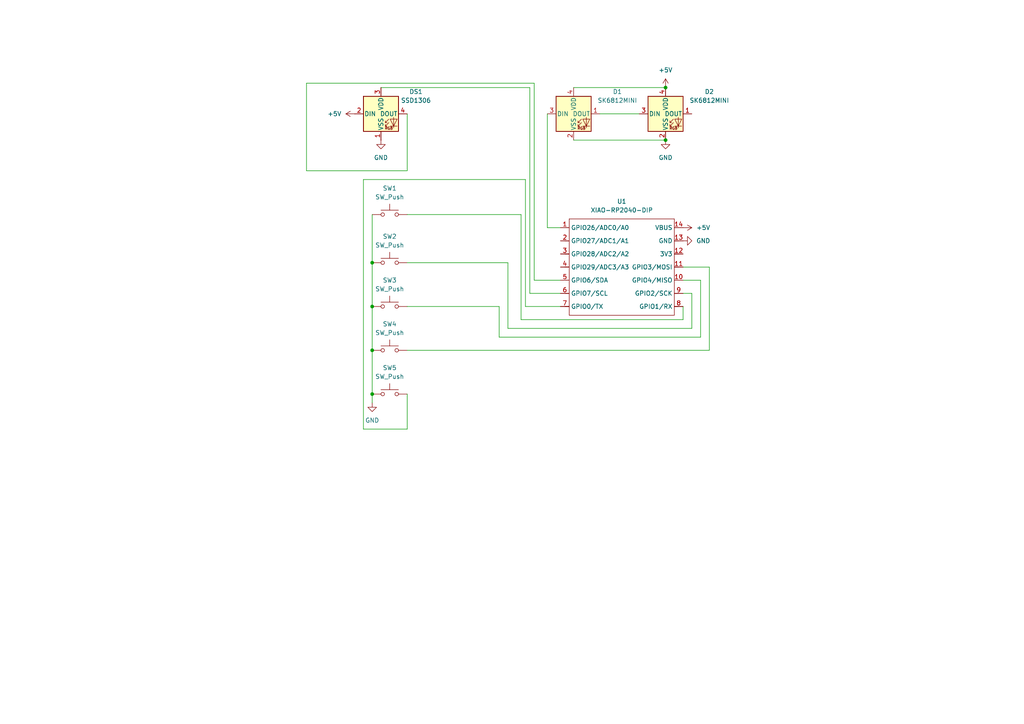
<source format=kicad_sch>
(kicad_sch (version 20250114) (generator "eeschema") (generator_version "9.0")
  (paper "A4")
  (lib_symbols
    (symbol "LED:SK6812" (pin_names (offset 0.254))
      (property "Reference" "D" (at 5.08 5.715 0))
      (property "Value" "SK6812" (at 1.27 -5.715 0))
      (symbol "SK6812_0_0"
        (text "RGB" (at 2.286 -4.191 0) (effects (font (size 0.762 0.762))))
      )
      (symbol "SK6812_0_1"
        (polyline (pts (xy 1.27 -2.54) (xy 1.778 -2.54)))
        (polyline (pts (xy 1.27 -3.556) (xy 1.778 -3.556)))
        (polyline (pts (xy 2.286 -1.524) (xy 1.27 -2.54) (xy 1.27 -2.032)))
        (polyline (pts (xy 2.286 -2.54) (xy 1.27 -3.556) (xy 1.27 -3.048)))
        (polyline (pts (xy 3.683 -1.016) (xy 3.683 -3.556) (xy 3.683 -4.064)))
        (polyline (pts (xy 4.699 -1.524) (xy 2.667 -1.524) (xy 3.683 -3.556) (xy 4.699 -1.524)))
        (polyline (pts (xy 4.699 -3.556) (xy 2.667 -3.556)))
        (rectangle (start 5.08 5.08) (end -5.08 -5.08) (stroke (width 0.254)) (fill (type background)))
      )
      (symbol "SK6812_1_1"
        (pin input line (at -7.62 0 0) (length 2.54) (name "DIN") (number "2"))
        (pin power_in line (at 0 7.62 270) (length 2.54) (name "VDD") (number "3"))
        (pin power_in line (at 0 -7.62 90) (length 2.54) (name "VSS") (number "1"))
        (pin output line (at 7.62 0 180) (length 2.54) (name "DOUT") (number "4"))
      )
    )
    (symbol "LED:SK6812MINI" (pin_names (offset 0.254))
      (property "Reference" "D" (at 5.08 5.715 0))
      (property "Value" "SK6812MINI" (at 1.27 -5.715 0))
      (symbol "SK6812MINI_0_0"
        (text "RGB" (at 2.286 -4.191 0) (effects (font (size 0.762 0.762))))
      )
      (symbol "SK6812MINI_0_1"
        (polyline (pts (xy 1.27 -2.54) (xy 1.778 -2.54)))
        (polyline (pts (xy 1.27 -3.556) (xy 1.778 -3.556)))
        (polyline (pts (xy 2.286 -1.524) (xy 1.27 -2.54) (xy 1.27 -2.032)))
        (polyline (pts (xy 2.286 -2.54) (xy 1.27 -3.556) (xy 1.27 -3.048)))
        (polyline (pts (xy 3.683 -1.016) (xy 3.683 -3.556) (xy 3.683 -4.064)))
        (polyline (pts (xy 4.699 -1.524) (xy 2.667 -1.524) (xy 3.683 -3.556) (xy 4.699 -1.524)))
        (polyline (pts (xy 4.699 -3.556) (xy 2.667 -3.556)))
        (rectangle (start 5.08 5.08) (end -5.08 -5.08) (stroke (width 0.254)) (fill (type background)))
      )
      (symbol "SK6812MINI_1_1"
        (pin input line (at -7.62 0 0) (length 2.54) (name "DIN") (number "3"))
        (pin power_in line (at 0 7.62 270) (length 2.54) (name "VDD") (number "4"))
        (pin power_in line (at 0 -7.62 90) (length 2.54) (name "VSS") (number "2"))
        (pin output line (at 7.62 0 180) (length 2.54) (name "DOUT") (number "1"))
      )
    )
    (symbol "OPL:XIAO-RP2040-DIP"
      (property "Reference" "U" (at 0 0 0))
      (property "Value" "XIAO-RP2040-DIP" (at 5.334 -1.778 0))
      (symbol "XIAO-RP2040-DIP_1_0"
        (polyline (pts (xy -1.27 -2.54) (xy 29.21 -2.54)) (stroke (width 0.1524)))
        (polyline (pts (xy -1.27 -5.08) (xy -2.54 -5.08)) (stroke (width 0.1524)))
        (polyline (pts (xy -1.27 -5.08) (xy -1.27 -2.54)) (stroke (width 0.1524)))
        (polyline (pts (xy -1.27 -8.89) (xy -2.54 -8.89)) (stroke (width 0.1524)))
        (polyline (pts (xy -1.27 -8.89) (xy -1.27 -5.08)) (stroke (width 0.1524)))
        (polyline (pts (xy -1.27 -12.7) (xy -2.54 -12.7)) (stroke (width 0.1524)))
        (polyline (pts (xy -1.27 -12.7) (xy -1.27 -8.89)) (stroke (width 0.1524)))
        (polyline (pts (xy -1.27 -16.51) (xy -2.54 -16.51)) (stroke (width 0.1524)))
        (polyline (pts (xy -1.27 -16.51) (xy -1.27 -12.7)) (stroke (width 0.1524)))
        (polyline (pts (xy -1.27 -20.32) (xy -2.54 -20.32)) (stroke (width 0.1524)))
        (polyline (pts (xy -1.27 -24.13) (xy -2.54 -24.13)) (stroke (width 0.1524)))
        (polyline (pts (xy -1.27 -27.94) (xy -2.54 -27.94)) (stroke (width 0.1524)))
        (polyline (pts (xy -1.27 -30.48) (xy -1.27 -16.51)) (stroke (width 0.1524)))
        (polyline (pts (xy 29.21 -2.54) (xy 29.21 -5.08)) (stroke (width 0.1524)))
        (polyline (pts (xy 29.21 -5.08) (xy 29.21 -8.89)) (stroke (width 0.1524)))
        (polyline (pts (xy 29.21 -8.89) (xy 29.21 -12.7)) (stroke (width 0.1524)))
        (polyline (pts (xy 29.21 -12.7) (xy 29.21 -30.48)) (stroke (width 0.1524)))
        (polyline (pts (xy 29.21 -30.48) (xy -1.27 -30.48)) (stroke (width 0.1524)))
        (polyline (pts (xy 30.48 -5.08) (xy 29.21 -5.08)) (stroke (width 0.1524)))
        (polyline (pts (xy 30.48 -8.89) (xy 29.21 -8.89)) (stroke (width 0.1524)))
        (polyline (pts (xy 30.48 -12.7) (xy 29.21 -12.7)) (stroke (width 0.1524)))
        (polyline (pts (xy 30.48 -16.51) (xy 29.21 -16.51)) (stroke (width 0.1524)))
        (polyline (pts (xy 30.48 -20.32) (xy 29.21 -20.32)) (stroke (width 0.1524)))
        (polyline (pts (xy 30.48 -24.13) (xy 29.21 -24.13)) (stroke (width 0.1524)))
        (polyline (pts (xy 30.48 -27.94) (xy 29.21 -27.94)) (stroke (width 0.1524)))
        (pin passive line (at -3.81 -5.08 0) (length 2.54) (name "GPIO26/ADC0/A0") (number "1"))
        (pin passive line (at -3.81 -8.89 0) (length 2.54) (name "GPIO27/ADC1/A1") (number "2"))
        (pin passive line (at -3.81 -12.7 0) (length 2.54) (name "GPIO28/ADC2/A2") (number "3"))
        (pin passive line (at -3.81 -16.51 0) (length 2.54) (name "GPIO29/ADC3/A3") (number "4"))
        (pin passive line (at -3.81 -20.32 0) (length 2.54) (name "GPIO6/SDA") (number "5"))
        (pin passive line (at -3.81 -24.13 0) (length 2.54) (name "GPIO7/SCL") (number "6"))
        (pin passive line (at -3.81 -27.94 0) (length 2.54) (name "GPIO0/TX") (number "7"))
        (pin passive line (at 31.75 -5.08 180) (length 2.54) (name "VBUS") (number "14"))
        (pin passive line (at 31.75 -8.89 180) (length 2.54) (name "GND") (number "13"))
        (pin passive line (at 31.75 -12.7 180) (length 2.54) (name "3V3") (number "12"))
        (pin passive line (at 31.75 -16.51 180) (length 2.54) (name "GPIO3/MOSI") (number "11"))
        (pin passive line (at 31.75 -20.32 180) (length 2.54) (name "GPIO4/MISO") (number "10"))
        (pin passive line (at 31.75 -24.13 180) (length 2.54) (name "GPIO2/SCK") (number "9"))
        (pin passive line (at 31.75 -27.94 180) (length 2.54) (name "GPIO1/RX") (number "8"))
      )
    )
    (symbol "Switch:SW_Push" (pin_numbers (hide yes)) (pin_names (offset 1.016) (hide yes))
      (property "Reference" "SW" (at 1.27 2.54 0))
      (property "Value" "SW_Push" (at 0 -1.524 0))
      (symbol "SW_Push_0_1"
        (circle (center -2.032 0) (radius 0.508))
        (polyline (pts (xy 0 1.27) (xy 0 3.048)))
        (circle (center 2.032 0) (radius 0.508))
        (polyline (pts (xy 2.54 1.27) (xy -2.54 1.27)))
        (pin passive line (at -5.08 0 0) (length 2.54) (name "1") (number "1"))
        (pin passive line (at 5.08 0 180) (length 2.54) (name "2") (number "2"))
      )
    )
    (symbol "power:+5V" (power) (pin_numbers (hide yes)) (pin_names (offset 0) (hide yes))
      (property "Value" "+5V" (at 0 3.556 0))
      (symbol "+5V_0_1"
        (polyline (pts (xy -0.762 1.27) (xy 0 2.54)))
        (polyline (pts (xy 0 2.54) (xy 0.762 1.27)))
        (polyline (pts (xy 0 0) (xy 0 2.54)))
      )
      (symbol "+5V_1_1"
        (pin power_in line (at 0 0 90) (length 0) (name "~") (number "1"))
      )
    )
    (symbol "power:GND" (power) (pin_numbers (hide yes)) (pin_names (offset 0) (hide yes))
      (property "Value" "GND" (at 0 -3.81 0))
      (symbol "GND_0_1"
        (polyline (pts (xy 0 0) (xy 0 -1.27) (xy 1.27 -1.27) (xy 0 -2.54) (xy -1.27 -1.27) (xy 0 -1.27)))
      )
      (symbol "GND_1_1"
        (pin power_in line (at 0 0 270) (length 0) (name "~") (number "1"))
      )
    )
  )
  (junction (at 107.95 88.9))
  (junction (at 193.04 25.4))
  (junction (at 107.95 101.6))
  (junction (at 193.04 40.64))
  (junction (at 107.95 76.2))
  (junction (at 107.95 114.3))
  (wire (pts (xy 118.11 124.46) (xy 105.41 124.46)))
  (wire (pts (xy 105.41 52.07) (xy 152.4 52.07)))
  (wire (pts (xy 144.78 97.79) (xy 203.2 97.79)))
  (wire (pts (xy 198.12 92.71) (xy 198.12 88.9)))
  (wire (pts (xy 152.4 52.07) (xy 152.4 88.9)))
  (wire (pts (xy 107.95 114.3) (xy 107.95 116.84)))
  (wire (pts (xy 200.66 85.09) (xy 198.12 85.09)))
  (wire (pts (xy 118.11 62.23) (xy 151.13 62.23)))
  (wire (pts (xy 118.11 33.02) (xy 118.11 49.53)))
  (wire (pts (xy 118.11 49.53) (xy 88.9 49.53)))
  (wire (pts (xy 107.95 62.23) (xy 107.95 76.2)))
  (wire (pts (xy 200.66 95.25) (xy 200.66 85.09)))
  (wire (pts (xy 151.13 62.23) (xy 151.13 92.71)))
  (wire (pts (xy 107.95 101.6) (xy 107.95 114.3)))
  (wire (pts (xy 147.32 95.25) (xy 200.66 95.25)))
  (wire (pts (xy 118.11 88.9) (xy 144.78 88.9)))
  (wire (pts (xy 158.75 66.04) (xy 162.56 66.04)))
  (wire (pts (xy 205.74 77.47) (xy 198.12 77.47)))
  (wire (pts (xy 153.67 85.09) (xy 162.56 85.09)))
  (wire (pts (xy 107.95 88.9) (xy 107.95 101.6)))
  (wire (pts (xy 203.2 81.28) (xy 198.12 81.28)))
  (wire (pts (xy 166.37 25.4) (xy 193.04 25.4)))
  (wire (pts (xy 158.75 33.02) (xy 158.75 66.04)))
  (wire (pts (xy 110.49 25.4) (xy 153.67 25.4)))
  (wire (pts (xy 105.41 124.46) (xy 105.41 52.07)))
  (wire (pts (xy 173.99 33.02) (xy 185.42 33.02)))
  (wire (pts (xy 107.95 76.2) (xy 107.95 88.9)))
  (wire (pts (xy 118.11 114.3) (xy 118.11 124.46)))
  (wire (pts (xy 154.94 24.13) (xy 154.94 81.28)))
  (wire (pts (xy 151.13 92.71) (xy 198.12 92.71)))
  (wire (pts (xy 144.78 88.9) (xy 144.78 97.79)))
  (wire (pts (xy 88.9 24.13) (xy 154.94 24.13)))
  (wire (pts (xy 153.67 25.4) (xy 153.67 85.09)))
  (wire (pts (xy 203.2 97.79) (xy 203.2 81.28)))
  (wire (pts (xy 154.94 81.28) (xy 162.56 81.28)))
  (wire (pts (xy 166.37 40.64) (xy 193.04 40.64)))
  (wire (pts (xy 88.9 49.53) (xy 88.9 24.13)))
  (wire (pts (xy 147.32 76.2) (xy 147.32 95.25)))
  (wire (pts (xy 118.11 76.2) (xy 147.32 76.2)))
  (wire (pts (xy 205.74 101.6) (xy 205.74 77.47)))
  (wire (pts (xy 152.4 88.9) (xy 162.56 88.9)))
  (wire (pts (xy 118.11 101.6) (xy 205.74 101.6)))
  (symbol (lib_id "Switch:SW_Push") (at 113.03 62.23 0) (unit 1)
    (property "Reference" "SW1" (at 113.03 54.61 0))
    (property "Value" "SW_Push" (at 113.03 57.15 0))
    (property "Footprint" "Button_Switch_Keyboard:SW_Cherry_MX_1.00u_PCB" (effects (hide yes)))
    (property "Description" "Push button switch, generic, two pins" (effects (hide yes)))
  )
  (symbol (lib_id "Switch:SW_Push") (at 113.03 88.9 0) (unit 1)
    (property "Reference" "SW3" (at 113.03 81.28 0))
    (property "Value" "SW_Push" (at 113.03 83.82 0))
    (property "Footprint" "Button_Switch_Keyboard:SW_Cherry_MX_1.00u_PCB" (effects (hide yes)))
    (property "Description" "Push button switch, generic, two pins" (effects (hide yes)))
  )
  (symbol (lib_id "power:+5V") (at 198.12 66.04 270) (unit 1)
    (property "Reference" "#PWR01" (effects (hide yes)))
    (property "Value" "+5V" (at 201.93 66.0399 90) (effects (justify left)))
    (property "Description" "Power symbol creates a global label with name \"+5V\"" (effects (hide yes)))
  )
  (symbol (lib_id "power:GND") (at 110.49 40.64 0) (unit 1)
    (property "Reference" "#PWR06" (effects (hide yes)))
    (property "Value" "GND" (at 110.49 45.72 0))
    (property "Description" "Power symbol creates a global label with name \"GND\" , ground" (effects (hide yes)))
  )
  (symbol (lib_id "LED:SK6812") (at 110.49 33.02 0) (unit 1)
    (property "Reference" "DS1" (at 120.65 26.5998 0))
    (property "Value" "SSD1306" (at 120.65 29.1398 0))
    (property "Footprint" "DISPLAY!!!!:SSD1306-0.91-OLED-4pin-128x32" (effects (hide yes)))
    (property "Datasheet" "https://cdn-shop.adafruit.com/product-files/1138/SK6812+LED+datasheet+.pdf" (effects (hide yes)))
    (property "Description" "4 pin 0.91\" oled diplay" (effects (hide yes)))
  )
  (symbol (lib_id "power:+5V") (at 193.04 25.4 0) (unit 1)
    (property "Reference" "#PWR02" (effects (hide yes)))
    (property "Value" "+5V" (at 193.04 20.32 0))
    (property "Description" "Power symbol creates a global label with name \"+5V\"" (effects (hide yes)))
  )
  (symbol (lib_id "OPL:XIAO-RP2040-DIP") (at 166.37 60.96 0) (unit 1)
    (property "Reference" "U1" (at 180.34 58.42 0))
    (property "Value" "XIAO-RP2040-DIP" (at 180.34 60.96 0))
    (property "Footprint" "OPL:XIAO-RP2040-DIP" (effects (hide yes)))
  )
  (symbol (lib_id "power:+5V") (at 102.87 33.02 90) (unit 1)
    (property "Reference" "#PWR07" (effects (hide yes)))
    (property "Value" "+5V" (at 99.06 33.0199 90) (effects (justify left)))
    (property "Description" "Power symbol creates a global label with name \"+5V\"" (effects (hide yes)))
  )
  (symbol (lib_id "Switch:SW_Push") (at 113.03 76.2 0) (unit 1)
    (property "Reference" "SW2" (at 113.03 68.58 0))
    (property "Value" "SW_Push" (at 113.03 71.12 0))
    (property "Footprint" "Button_Switch_Keyboard:SW_Cherry_MX_1.00u_PCB" (effects (hide yes)))
    (property "Description" "Push button switch, generic, two pins" (effects (hide yes)))
  )
  (symbol (lib_id "power:GND") (at 107.95 116.84 0) (unit 1)
    (property "Reference" "#PWR05" (effects (hide yes)))
    (property "Value" "GND" (at 107.95 121.92 0))
    (property "Description" "Power symbol creates a global label with name \"GND\" , ground" (effects (hide yes)))
  )
  (symbol (lib_id "Switch:SW_Push") (at 113.03 114.3 0) (unit 1)
    (property "Reference" "SW5" (at 113.03 106.68 0))
    (property "Value" "SW_Push" (at 113.03 109.22 0))
    (property "Footprint" "Button_Switch_Keyboard:SW_Cherry_MX_1.00u_PCB" (effects (hide yes)))
    (property "Description" "Push button switch, generic, two pins" (effects (hide yes)))
  )
  (symbol (lib_id "power:GND") (at 198.12 69.85 90) (unit 1)
    (property "Reference" "#PWR04" (effects (hide yes)))
    (property "Value" "GND" (at 201.93 69.8499 90) (effects (justify right)))
    (property "Description" "Power symbol creates a global label with name \"GND\" , ground" (effects (hide yes)))
  )
  (symbol (lib_id "Switch:SW_Push") (at 113.03 101.6 0) (unit 1)
    (property "Reference" "SW4" (at 113.03 93.98 0))
    (property "Value" "SW_Push" (at 113.03 96.52 0))
    (property "Footprint" "Button_Switch_Keyboard:SW_Cherry_MX_1.00u_PCB" (effects (hide yes)))
    (property "Description" "Push button switch, generic, two pins" (effects (hide yes)))
  )
  (symbol (lib_id "power:GND") (at 193.04 40.64 0) (unit 1)
    (property "Reference" "#PWR03" (effects (hide yes)))
    (property "Value" "GND" (at 193.04 45.72 0))
    (property "Description" "Power symbol creates a global label with name \"GND\" , ground" (effects (hide yes)))
  )
  (symbol (lib_id "LED:SK6812MINI") (at 193.04 33.02 0) (unit 1)
    (property "Reference" "D2" (at 205.74 26.5998 0))
    (property "Value" "SK6812MINI" (at 205.74 29.1398 0))
    (property "Footprint" "LED_SMD:LED_SK6812MINI_PLCC4_3.5x3.5mm_P1.75mm" (effects (hide yes)))
    (property "Datasheet" "https://cdn-shop.adafruit.com/product-files/2686/SK6812MINI_REV.01-1-2.pdf" (effects (hide yes)))
    (property "Description" "RGB LED with integrated controller" (effects (hide yes)))
  )
  (symbol (lib_id "LED:SK6812MINI") (at 166.37 33.02 0) (unit 1)
    (property "Reference" "D1" (at 179.07 26.5998 0))
    (property "Value" "SK6812MINI" (at 179.07 29.1398 0))
    (property "Footprint" "LED_SMD:LED_SK6812MINI_PLCC4_3.5x3.5mm_P1.75mm" (effects (hide yes)))
    (property "Datasheet" "https://cdn-shop.adafruit.com/product-files/2686/SK6812MINI_REV.01-1-2.pdf" (effects (hide yes)))
    (property "Description" "RGB LED with integrated controller" (effects (hide yes)))
  )
)
</source>
